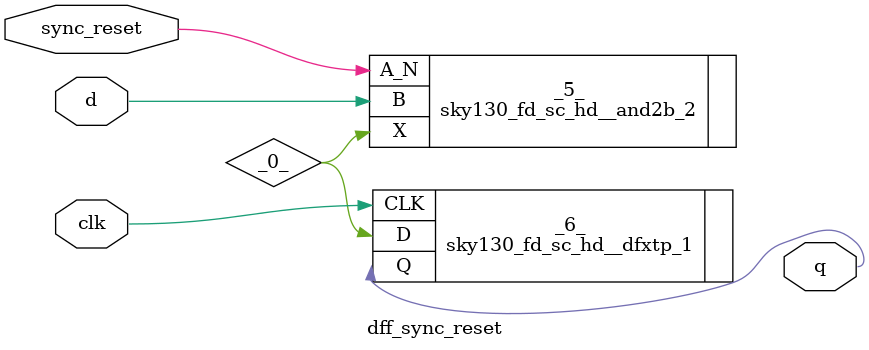
<source format=v>
/* Generated by Yosys 0.7 (git sha1 61f6811, gcc 6.2.0-11ubuntu1 -O2 -fdebug-prefix-map=/build/yosys-OIL3SR/yosys-0.7=. -fstack-protector-strong -fPIC -Os) */

module dff_sync_reset(clk, sync_reset, d, q);
  wire _0_;
  wire _1_;
  wire _2_;
  wire _3_;
  wire _4_;
  input clk;
  input d;
  output q;
  input sync_reset;
  sky130_fd_sc_hd__and2b_2 _5_ (
    .A_N(_4_),
    .B(_2_),
    .X(_3_)
  );
  sky130_fd_sc_hd__dfxtp_1 _6_ (
    .CLK(clk),
    .D(_0_),
    .Q(q)
  );
  assign _2_ = d;
  assign _0_ = _3_;
  assign _4_ = sync_reset;
endmodule

</source>
